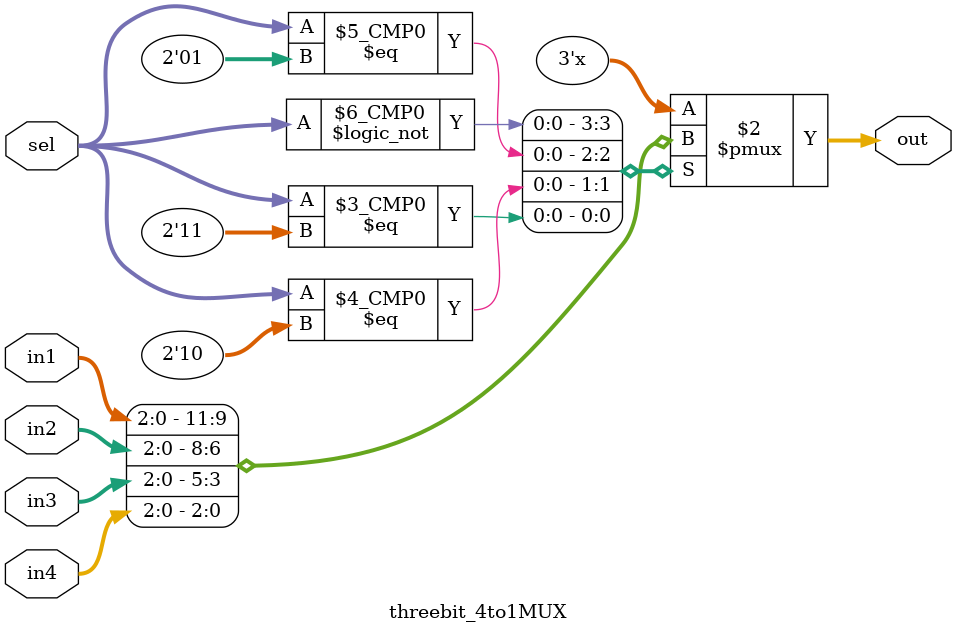
<source format=v>
`timescale 1ns / 1ps

module threebit_4to1MUX(in1,in2,in3,in4, sel, out);

input [2:0]in1,in2,in3,in4;
input [1:0]sel;
output [2:0]out;
reg [2:0]out;

always @ (in1 or in2 or in3 or in4 or sel)
case (sel)
	2'b00: out <= in1;
	2'b01: out <= in2;
	2'b10: out <= in3;
	2'b11: out <= in4;
endcase

endmodule 
</source>
